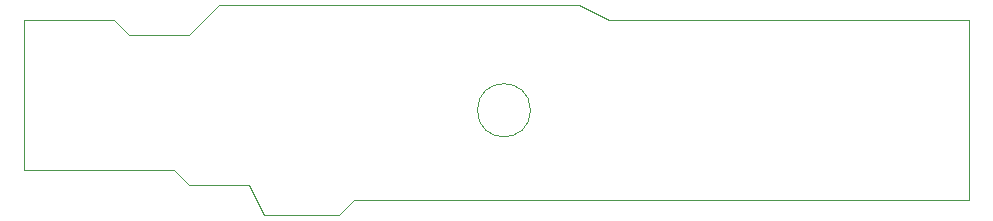
<source format=gbr>
%TF.GenerationSoftware,KiCad,Pcbnew,8.0.5*%
%TF.CreationDate,2024-10-04T19:06:34+02:00*%
%TF.ProjectId,BMU,424d552e-6b69-4636-9164-5f7063625858,rev?*%
%TF.SameCoordinates,Original*%
%TF.FileFunction,Profile,NP*%
%FSLAX46Y46*%
G04 Gerber Fmt 4.6, Leading zero omitted, Abs format (unit mm)*
G04 Created by KiCad (PCBNEW 8.0.5) date 2024-10-04 19:06:34*
%MOMM*%
%LPD*%
G01*
G04 APERTURE LIST*
%TA.AperFunction,Profile*%
%ADD10C,0.050000*%
%TD*%
G04 APERTURE END LIST*
D10*
X110490000Y-52070000D02*
X140970000Y-52070000D01*
X140970000Y-67310000D01*
X88900000Y-67310000D01*
X87630000Y-68580000D01*
X81280000Y-68580000D01*
X80010000Y-66040000D01*
X74930000Y-66040000D01*
X73660000Y-64770000D01*
X60960000Y-64770000D01*
X60960000Y-52070000D01*
X68580000Y-52070000D01*
X69850000Y-53340000D01*
X74930000Y-53340000D01*
X77470000Y-50800000D01*
X107950000Y-50800000D01*
X110490000Y-52070000D01*
X103850000Y-59671693D02*
G75*
G02*
X99350000Y-59671693I-2250000J0D01*
G01*
X99350000Y-59671693D02*
G75*
G02*
X103850000Y-59671693I2250000J0D01*
G01*
M02*

</source>
